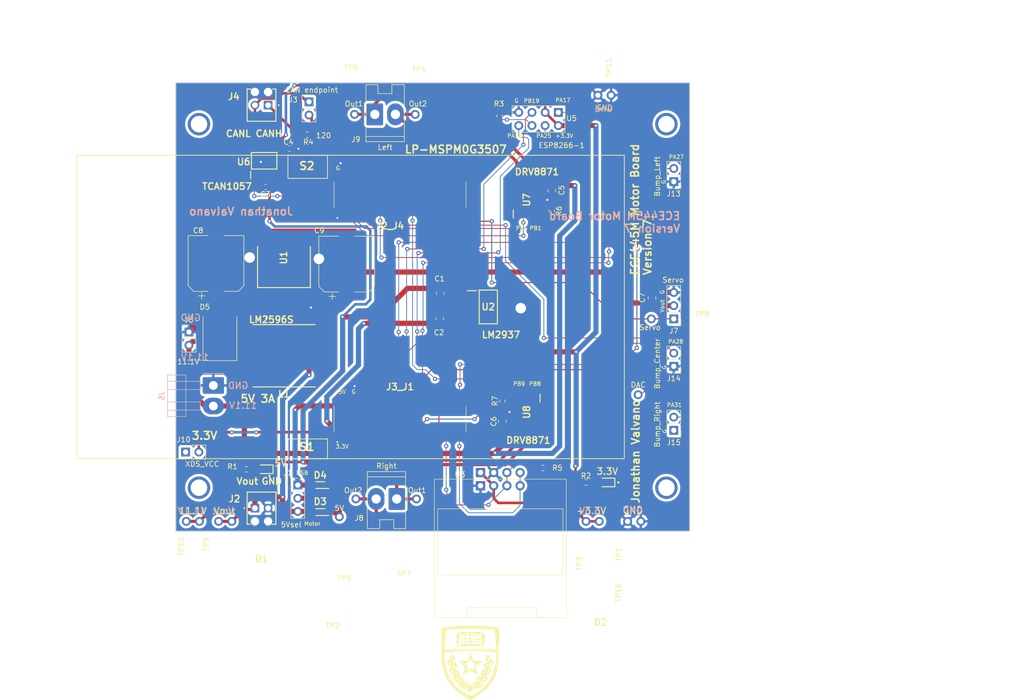
<source format=kicad_pcb>
(kicad_pcb (version 20241229) (generator "pcbnew") (generator_version "9.0")
  (title_block (title "ECE445M Motor Board") (date "2025-12-23") (rev "v7") (company "The University of Texas at Austin") (comment 1 "Jonathan Valvano"))
  (layers (0 "F.Cu" signal) (2 "B.Cu" signal) (13 "F.Paste" user) (15 "B.Paste" user) (5 "F.SilkS" user "F.Silkscreen") (7 "B.SilkS" user "B.Silkscreen") (1 "F.Mask" user) (3 "B.Mask" user) (25 "Edge.Cuts" user))
  (net 0 "")
  (net 1 "GND")
  (net 2 "+3V3")
  (net 3 "PB9")
  (net 4 "PB15")
  (net 5 "PB8")
  (net 6 "PB7")
  (net 7 "PB6")
  (net 8 "PA13")
  (net 9 "+5V")
  (net 10 "PA25")
  (net 11 "PA8")
  (net 12 "PA26")
  (net 13 "PB24")
  (net 14 "PA27")
  (net 15 "PB2")
  (net 16 "PB3")
  (net 17 "PB12")
  (net 18 "PB17")
  (net 19 "PB0")
  (net 20 "PB16")
  (net 21 "PB19")
  (net 22 "PA22")
  (net 23 "PB18")
  (net 24 "PA18")
  (net 25 "PA24")
  (net 26 "PA17")
  (net 27 "PA16")
  (net 28 "PA15")
  (net 29 "PB4")
  (net 30 "PB1")
  (net 31 "PA28")
  (net 32 "PA31")
  (net 33 "PB20")
  (net 34 "PB13")
  (net 35 "PA10")
  (net 36 "Net-(D1-A)")
  (net 37 "Net-(D2-A)")
  (net 38 "+11.1V")
  (net 39 "PB23")
  (net 40 "/Microcontroller/VBUS")
  (net 41 "PA11")
  (net 42 "PA12")
  (net 47 "Net-(J3-B)")
  (net 48 "Net-(U5-Ch_PD)")
  (net 49 "VOUT")
  (net 50 "Net-(J8-A)")
  (net 51 "Net-(J8-B)")
  (net 52 "/CAN Interface/CANH")
  (net 53 "/CAN Interface/CANL")
  (net 54 "Net-(J9-B)")
  (net 55 "Net-(J9-A)")
  (net 56 "Net-(D5-K)")
  (net 57 "Net-(U7-ILIM)")
  (net 58 "Net-(U8-ILIM)")
  (footprint "ECE445L:C_0805_2012Metric" (layer "F.Cu") (at 100.457 73.566 -90)
    (property "Reference" "C1")
    (property "Value" "4.7uF")
  )
  (footprint "ECE445L:R_0603_1608Metric" (layer "F.Cu") (at 111.887 39.434 -90)
    (property "Reference" "R3")
    (property "Value" "10k")
  )
  (footprint "ECE445L:PinHeader_1x02_P2.54mm_Vertical" (layer "F.Cu") (at 75.184 36.7)
    (property "Reference" "J3")
    (property "Value" "CAN endpoint")
  )
  (footprint "LOGO" (layer "F.Cu") (at 107.061 145.161)
    (property "Reference" "G***" (hide yes))
    (property "Value" "LOGO" (hide yes))
  )
  (footprint "ECE445L:Testpoint_1x02_P2.54mm" (layer "F.Cu") (at 57.785 117.475 90)
    (property "Reference" "TP9")
    (property "Value" "Vout")
  )
  (footprint "ECE445L:C_0603_1608Metric" (layer "F.Cu") (at 66.802 53.086 180)
    (property "Reference" "C3")
    (property "Value" "0.1uF")
  )
  (footprint "ECE445L:C_0603_1608Metric" (layer "F.Cu") (at 71.387 45.72)
    (property "Reference" "C4")
    (property "Value" "0.1uF")
  )
  (footprint "ECE445L:SOT230P700X180-4N" (layer "F.Cu") (at 109.703 76.186)
    (property "Reference" "U2")
    (property "Value" "LM2937ESX-3.3_NOPB" (hide yes))
  )
  (footprint "ECE445L:R_0603_1608Metric" (layer "F.Cu") (at 120.206 107.188)
    (property "Reference" "R5")
    (property "Value" "1.5k")
  )
  (footprint "ECE445L:R_0603_1608Metric" (layer "F.Cu") (at 63.119 107.442)
    (property "Reference" "R1")
    (property "Value" "1.6k")
  )
  (footprint "ECE445L:C_0805_2012Metric" (layer "F.Cu") (at 112.395 98.232 90)
    (property "Reference" "C6")
    (property "Value" "22uF")
  )
  (footprint "ECE445L:Molex_KK-396_5273-02A_1x02_P3.96mm_Vertical" (layer "F.Cu") (at 87.861 39.116)
    (property "Reference" "J9")
    (property "Value" "Left")
  )
  (footprint "ECE445L:CP_Elec_10x10.5" (layer "F.Cu") (at 82.423 67.936 90)
    (property "Reference" "C9")
    (property "Value" "330uF")
  )
  (footprint "ECE445L:PinHeader_1x03_P2.54mm_Vertical" (layer "F.Cu") (at 145.415 78.486 180)
    (property "Reference" "J7")
    (property "Value" "Servo")
  )
  (footprint "ECE319K:Testpoint_1x02_P2.54mm" (layer "F.Cu") (at 130.81 35.433 90)
    (property "Reference" "TP11")
    (property "Value" "GND")
  )
  (footprint "ECE445L:R_0603_1608Metric" (layer "F.Cu") (at 112.395 94.297 -90)
    (property "Reference" "R7")
    (property "Value" "33k")
  )
  (footprint "ECE445L:Testpoint_1x1" (layer "F.Cu") (at 95.885 113.157)
    (property "Reference" "TP7")
    (property "Value" "Out1")
  )
  (footprint "RSLK2:SSD1306" (layer "F.Cu") (at 104.394 115.697)
    (property "Reference" "U3")
    (property "Value" "SSD1306")
  )
  (footprint "ECE445L:SOD2513X110N" (layer "F.Cu") (at 77.343 115.697 180)
    (property "Reference" "D3")
    (property "Value" "BAT_60A_E6327" (hide yes))
  )
  (footprint "ECE445L:PinHeader_2x04_P2.54mm_Vertical" (layer "F.Cu") (at 123.19 38.735 -90)
    (property "Reference" "U5")
    (property "Value" "ESP8266-1")
  )
  (footprint "ECE445L:PinHeader_1x02_P2.54mm_Vertical" (layer "F.Cu") (at 145.415 99.949 180)
    (property "Reference" "J15")
    (property "Value" "Bump_Right")
  )
  (footprint "ECE445L:Testpoint_1x1" (layer "F.Cu") (at 138.557 93.091 90)
    (property "Reference" "TP1")
    (property "Value" "DAC")
  )
  (footprint "ECE445L:Testpoint_1x02_P2.54mm" (layer "F.Cu") (at 51.557 117.475 90)
    (property "Reference" "TP10")
    (property "Value" "11.1V")
  )
  (footprint "ECE319K:MountingHole_4_40" (layer "F.Cu") (at 144 41)
    (property "Reference" "H2")
    (property "Value" "~")
  )
  (footprint "ECE445L:INDPM120120X800N" (layer "F.Cu") (at 70.388 85.598)
    (property "Reference" "L1")
    (property "Value" "SMDRI127-330MT" (hide yes))
  )
  (footprint "ECE319K:MountingHole_4_40" (layer "F.Cu") (at 144 111)
    (property "Reference" "H4")
    (property "Value" "~")
  )
  (footprint "ECE319K:MountingHole_4_40" (layer "F.Cu") (at 54 41)
    (property "Reference" "H1")
    (property "Value" "~")
  )
  (footprint "ECE445L:C_0805_2012Metric" (layer "F.Cu") (at 100.33 78.392 90)
    (property "Reference" "C2")
    (property "Value" "4.7uF")
  )
  (footprint "ECE445L:1725656" (layer "F.Cu") (at 67.31 37.338 180)
    (property "Reference" "J4")
    (property "Value" "1725656" (hide yes))
  )
  (footprint "ECE445L:LaunchPad" (layer "F.Cu") (at 92.71 97.775)
    (property "Reference" "J3_J1")
    (property "Value" "LaunchPad" (hide yes))
  )
  (footprint "ECE445L:Testpoint_1x02_P2.54mm" (layer "F.Cu") (at 128.524 117.475 90)
    (property "Reference" "TP3")
    (property "Value" "+3.3V")
  )
  (footprint "ECE319K:MountingHole_4_40" (layer "F.Cu") (at 54 111)
    (property "Reference" "H3")
    (property "Value" "~")
  )
  (footprint "ECE445L:R_0603_1608Metric" (layer "F.Cu") (at 74.867 43.053)
    (property "Reference" "R4")
    (property "Value" "120")
  )
  (footprint "ECE445L:Molex_KK-396_5273-02A_1x02_P3.96mm_Vertical" (layer "F.Cu") (at 92.075 113.157 180)
    (property "Reference" "J8")
    (property "Value" "Right")
  )
  (footprint "ECE445L:1725656" (layer "F.Cu") (at 64.77 114.935)
    (property "Reference" "J2")
    (property "Value" "1725656" (hide yes))
  )
  (footprint "ECE445L:SOIC127P600X170-9N" (layer "F.Cu") (at 117.094 96.438 -90)
    (property "Reference" "U8")
    (property "Value" "DRV8871DDAR" (hide yes))
  )
  (footprint "ECE445L:Testpoint_1x1" (layer "F.Cu") (at 84.201 113.157)
    (property "Reference" "TP6")
    (property "Value" "Out2")
  )
  (footprint "ECE445L:PinHeader_1x02_P2.54mm_Vertical" (layer "F.Cu") (at 52.07 81.021)
    (property "Reference" "J6")
    (property "Value" "11.1V")
  )
  (footprint "ECE445L:R_0603_1608Metric" (layer "F.Cu") (at 121.92 57.721 90)
    (property "Reference" "R6")
    (property "Value" "33k")
  )
  (footprint "ECE445L:SOIC127P600X175-8N" (layer "F.Cu") (at 66.548 48.05 90)
    (property "Reference" "U6")
    (property "Value" "TCAN1057AVDRQ1" (hide yes))
  )
  (footprint "ECE445L:R_0603_1608Metric" (layer "F.Cu") (at 128.525 109.982)
    (property "Reference" "R2")
    (property "Value" "750")
  )
  (footprint "ECE319K:Testpoint_1x02_P2.54mm" (layer "F.Cu") (at 136.525 117.475 90)
    (property "Reference" "TP16")
    (property "Value" "GND")
  )
  (footprint "ECE445L:PinHeader_1x02_P2.54mm_Vertical" (layer "F.Cu") (at 145.415 52.07 180)
    (property "Reference" "J13")
    (property "Value" "Bump_Left")
  )
  (footprint "ECE445L:LaunchPad" (layer "F.Cu") (at 92.71 54.595)
    (property "Reference" "J2_J4")
    (property "Value" "LaunchPad" (hide yes))
  )
  (footprint "ECE445L:Testpoint_1x1" (layer "F.Cu") (at 81.026 116.586)
    (property "Reference" "TP2")
    (property "Value" "5V")
  )
  (footprint "ECE445L:Testpoint_1x1" (layer "F.Cu") (at 141.097 78.486)
    (property "Reference" "TP8")
    (property "Value" "Servo")
  )
  (footprint "ECE445L:Testpoint_1x1" (layer "F.Cu") (at 95.631 39.116)
    (property "Reference" "TP4")
    (property "Value" "Out2")
  )
  (footprint "ECE445L:SOIC127P600X170-9N" (layer "F.Cu") (at 117.094 55.581 90)
    (property "Reference" "U7")
    (property "Value" "DRV8871DDAR" (hide yes))
  )
  (footprint "ECE445L:PinHeader_1x02_P2.54mm_Vertical" (layer "F.Cu") (at 51.43 104.14 90)
    (property "Reference" "J10")
    (property "Value" "XDS_VCC")
  )
  (footprint "ECE445L:APT1608CGCK" (layer "F.Cu") (at 66.675 107.442 180)
    (property "Reference" "D1")
    (property "Value" "LED" (hide yes))
  )
  (footprint "ECE445L:SOD2513X110N" (layer "F.Cu") (at 77.343 110.49 180)
    (property "Reference" "D4")
    (property "Value" "BAT_60A_E6327" (hide yes))
  )
  (footprint "ECE445L:Testpoint_1x1" (layer "F.Cu") (at 83.947 39.116)
    (property "Reference" "TP5")
    (property "Value" "Out1")
  )
  (footprint "ECE445L:C_0805_2012Metric" (layer "F.Cu") (at 141.224 74.483 90)
    (property "Reference" "C7")
    (property "Value" "22uF")
  )
  (footprint "ECE445L:C_0805_2012Metric" (layer "F.Cu") (at 121.92 53.787 -90)
    (property "Reference" "C5")
    (property "Value" "22uF")
  )
  (footprint "ECE445L:KTT0005B" (layer "F.Cu") (at 70.358 63.824 -90)
    (property "Reference" "U1")
    (property "Value" "LM2596S-5.0_NOPB" (hide yes))
  )
  (footprint "ECE445L:CP_Elec_10x10.5" (layer "F.Cu") (at 57.277 67.827 90)
    (property "Reference" "C8")
    (property "Value" "680uF")
  )
  (footprint "ECE445L:DO-214AB" (layer "F.Cu") (at 58.039 81.632 90)
    (property "Reference" "D5")
    (property "Value" "B530C-13-F")
  )
  (footprint "ECE445L:PinHeader_1x03_P2.54mm_Vertical" (layer "F.Cu") (at 73.025 110.49)
    (property "Reference" "J1")
    (property "Value" "5Vsel")
  )
  (footprint "ECE445L:APT1608CGCK" (layer "F.Cu") (at 132.461 109.982 180)
    (property "Reference" "D2")
    (property "Value" "LED" (hide yes))
  )
  (footprint "ECE445L:PinHeader_1x02_P2.54mm_Vertical" (layer "F.Cu") (at 145.415 87.63 180)
    (property "Reference" "J14")
    (property "Value" "Bump_Center")
  )
  (footprint "ECE445L:Molex_KK-396_A-41792-0002_1x02_P3.96mm_Horizontal" (layer "B.Cu") (at 56.769 91.313 -90)
    (property "Reference" "J5")
    (property "Value" "KK-396")
  )
  (gr_rect (start 52.270172 76.454) (end 60.124828 80.772) (stroke (width 0.2)) (fill yes) (layer "F.Cu") (net 1))
  (gr_rect (start 52.252341 64.4525) (end 54.991 79.383159) (stroke (width 0.2)) (fill yes) (layer "F.Cu") (net 1))
  (gr_rect (start 52.324 61.214) (end 84.201 67.691) (stroke (width 0.2)) (fill yes) (layer "F.Cu") (net 1))
  (gr_rect (start 71.12 46.99) (end 78.74 51.435) (stroke (width 0.15)) (fill no) (layer "F.SilkS"))
  (gr_rect (start 30.48 46.99) (end 135.89 105.41) (stroke (width 0.15)) (fill no) (layer "F.SilkS"))
  (gr_rect (start 71.12 101.6) (end 78.74 105.41) (stroke (width 0.15)) (fill no) (layer "F.SilkS"))
  (gr_rect (start 49.53 33.02) (end 148.47 119.38) (stroke (width 0.15)) (fill no) (layer "Edge.Cuts"))
  (gr_text "+5V" (at 79.883 92.964 0) (layer "F.SilkS") (effects (font (size 0.762 0.762) (thickness 0.127)) (justify left bottom)))
  (gr_text "Vout" (at 143.637 77.343 90) (layer "F.SilkS") (effects (font (size 0.762 0.762) (thickness 0.127)) (justify left bottom)))
  (gr_text "PA18" (at 113.284 43.688 0) (layer "F.SilkS") (effects (font (size 0.762 0.762) (thickness 0.127)) (justify left bottom)))
  (gr_text "3.3V" (at 80.264 103.505 0) (layer "F.SilkS") (effects (font (size 0.762 0.762) (thickness 0.127)) (justify left bottom)))
  (gr_text "PA25" (at 118.872 43.688 0) (layer "F.SilkS") (effects (font (size 0.762 0.762) (thickness 0.127)) (justify left bottom)))
  (gr_text "S1" (at 73.152 104.013 0) (layer "F.SilkS") (effects (font (size 1.5 1.5) (thickness 0.3) (bold yes)) (justify left bottom)))
  (gr_text "S2" (at 73.152 49.911 0) (layer "F.SilkS") (effects (font (size 1.5 1.5) (thickness 0.3) (bold yes)) (justify left bottom)))
  (gr_text "PB4" (at 114.935 61.468 0) (layer "F.SilkS") (effects (font (size 0.762 0.762) (thickness 0.127)) (justify left bottom)))
  (gr_text "PA27" (at 144.399 47.752 0) (layer "F.SilkS") (effects (font (size 0.762 0.762) (thickness 0.127)) (justify left bottom)))
  (gr_text "TCAN1057" (at 54.483 53.721 0) (layer "F.SilkS") (effects (font (size 1.27 1.27) (thickness 0.254) (bold yes)) (justify left bottom)))
  (gr_text "G" (at 144.145 100.584 90) (layer "F.SilkS") (effects (font (size 0.762 0.762) (thickness 0.127)) (justify left bottom)))
  (gr_text "G" (at 83.312 92.964 0) (layer "F.SilkS") (effects (font (size 0.762 0.762) (thickness 0.127)) (justify left bottom)))
  (gr_text "PA28" (at 144.272 83.312 0) (layer "F.SilkS") (effects (font (size 0.762 0.762) (thickness 0.127)) (justify left bottom)))
  (gr_text "Jonathan Valvano" (at 138.938 114.173 90) (layer "F.SilkS") (effects (font (size 1.5 1.5) (thickness 0.3) (bold yes)) (justify left bottom)))
  (gr_text "G" (at 143.637 73.787 90) (layer "F.SilkS") (effects (font (size 0.762 0.762) (thickness 0.127)) (justify left bottom)))
  (gr_text "PB9" (at 114.427 91.44 0) (layer "F.SilkS") (effects (font (size 0.762 0.762) (thickness 0.127)) (justify left bottom)))
  (gr_text "G" (at 144.018 88.265 90) (layer "F.SilkS") (effects (font (size 0.762 0.762) (thickness 0.127)) (justify left bottom)))
  (gr_text "CANH" (at 64.77 43.561 0) (layer "F.SilkS") (effects (font (size 1.27 1.27) (thickness 0.254) (bold yes)) (justify left bottom)))
  (gr_text "USB" (at 72.644 108.585 0) (layer "F.SilkS") (effects (font (size 0.762 0.762) (thickness 0.127)) (justify left bottom)))
  (gr_text "5V 3A " (at 61.849 94.742 0) (layer "F.SilkS") (effects (font (size 1.5 1.5) (thickness 0.3) (bold yes)) (justify left bottom)))
  (gr_text "PB1" (at 117.602 61.468 0) (layer "F.SilkS") (effects (font (size 0.762 0.762) (thickness 0.127)) (justify left bottom)))
  (gr_text "Motor" (at 74.168 118.364 0) (layer "F.SilkS") (effects (font (size 0.762 0.762) (thickness 0.127)) (justify left bottom)))
  (gr_text "LM2596S" (at 63.5 79.375 0) (layer "F.SilkS") (effects (font (size 1.27 1.27) (thickness 0.254) (bold yes)) (justify left bottom)))
  (gr_text "PA17" (at 122.555 36.83 0) (layer "F.SilkS") (effects (font (size 0.762 0.762) (thickness 0.127)) (justify left bottom)))
  (gr_text "+3.3V" (at 122.555 43.688 0) (layer "F.SilkS") (effects (font (size 0.762 0.762) (thickness 0.127)) (justify left bottom)))
  (gr_text "Vout" (at 61.087 110.49 0) (layer "F.SilkS") (effects (font (size 1.27 1.27) (thickness 0.254) (bold yes)) (justify left bottom)))
  (gr_text "ECE445M Motor Board\nVersion 7" (at 141.224 70.231 90) (layer "F.SilkS") (effects (font (size 1.5 1.5) (thickness 0.3) (bold yes)) (justify left bottom)))
  (gr_text "PB19" (at 116.459 36.957 0) (layer "F.SilkS") (effects (font (size 0.762 0.762) (thickness 0.127)) (justify left bottom)))
  (gr_text "DRV8871" (at 114.681 50.927 0) (layer "F.SilkS") (effects (font (size 1.27 1.27) (thickness 0.254) (bold yes)) (justify left bottom)))
  (gr_text "LM2937" (at 108.331 82.296 0) (layer "F.SilkS") (effects (font (size 1.27 1.27) (thickness 0.254) (bold yes)) (justify left bottom)))
  (gr_text "3.3V" (at 130.429 108.585 0) (layer "F.SilkS") (effects (font (size 1.27 1.27) (thickness 0.2032)) (justify left bottom)))
  (gr_text "DRV8871" (at 113.03 102.616 0) (layer "F.SilkS") (effects (font (size 1.27 1.27) (thickness 0.254) (bold yes)) (justify left bottom)))
  (gr_text "PB8" (at 117.475 91.44 0) (layer "F.SilkS") (effects (font (size 0.762 0.762) (thickness 0.127)) (justify left bottom)))
  (gr_text "G" (at 114.681 36.957 0) (layer "F.SilkS") (effects (font (size 0.762 0.762) (thickness 0.127)) (justify left bottom)))
  (gr_text "5V" (at 68.453 107.042 0) (layer "F.SilkS") (effects (font (size 1.27 1.27) (thickness 0.2032)) (justify left bottom)))
  (gr_text "3.3V" (at 52.451 101.854 0) (layer "F.SilkS") (effects (font (size 1.5 1.5) (thickness 0.3) (bold yes)) (justify left bottom)))
  (gr_text "LP-MSPM0G3507" (at 93.472 46.736 0) (layer "F.SilkS") (effects (font (size 1.5 1.5) (thickness 0.3) (bold yes)) (justify left bottom)))
  (gr_text "G" (at 80.264 49.911 0) (layer "F.SilkS") (effects (font (size 0.762 0.762) (thickness 0.127)) (justify left bottom)))
  (gr_text "G" (at 143.891 52.578 90) (layer "F.SilkS") (effects (font (size 0.762 0.762) (thickness 0.127)) (justify left bottom)))
  (gr_text "PA31" (at 144.018 95.504 0) (layer "F.SilkS") (effects (font (size 0.762 0.762) (thickness 0.127)) (justify left bottom)))
  (gr_text "GND" (at 65.913 110.49 0) (layer "F.SilkS") (effects (font (size 1.27 1.27) (thickness 0.254) (bold yes)) (justify left bottom)))
  (gr_text "CANL" (at 59.055 43.561 0) (layer "F.SilkS") (effects (font (size 1.27 1.27) (thickness 0.254) (bold yes)) (justify left bottom)))
  (gr_text "Vout" (at 60.833 116.205 0) (layer "B.SilkS") (effects (font (size 1.27 1.27) (thickness 0.2032)) (justify left bottom mirror)))
  (gr_text "11.1V" (at 56.007 86.614 0) (layer "B.SilkS") (effects (font (size 1.27 1.27) (thickness 0.2032)) (justify left bottom mirror)))
  (gr_text "Jonathan Valvano" (at 72.263 58.674 0) (layer "B.SilkS") (effects (font (size 1.5 1.5) (thickness 0.3) (bold yes)) (justify left bottom mirror)))
  (gr_text "11.1V" (at 65.278 95.885 0) (layer "B.SilkS") (effects (font (size 1.27 1.27) (thickness 0.2032)) (justify left bottom mirror)))
  (gr_text "11.1V" (at 55.367 116.205 0) (layer "B.SilkS") (effects (font (size 1.27 1.27) (thickness 0.2032)) (justify left bottom mirror)))
  (gr_text "ECE445M Motor Board\nVersion 7" (at 146.812 61.976 0) (layer "B.SilkS") (effects (font (size 1.5 1.5) (thickness 0.3) (bold yes)) (justify left bottom mirror)))
  (gr_text "Gnd" (at 133.858 38.735 0) (layer "B.SilkS") (effects (font (size 1.27 1.27) (thickness 0.2032)) (justify left bottom mirror)))
  (gr_text "GND" (at 139.573 115.951 0) (layer "B.SilkS") (effects (font (size 1.27 1.27) (thickness 0.2032)) (justify left bottom mirror)))
  (gr_text "GND" (at 54.483 78.994 0) (layer "B.SilkS") (effects (font (size 1.27 1.27) (thickness 0.2032)) (justify left bottom mirror)))
  (gr_text "GND" (at 63.627 92.075 0) (layer "B.SilkS") (effects (font (size 1.27 1.27) (thickness 0.2032)) (justify left bottom mirror)))
  (gr_text "3.3V" (at 131.445 116.205 0) (layer "B.SilkS") (effects (font (size 1.27 1.27) (thickness 0.2032)) (justify left bottom mirror)))
  (segment (start 81.28 52.07) (end 81.28 48.514) (width 0.5) (layer "F.Cu") (net 1))
  (segment (start 67.5 108.648) (end 67.564 108.712) (width 0.5) (layer "F.Cu") (net 1))
  (segment (start 112.853 76.186) (end 115.711 76.186) (width 1) (layer "F.Cu") (net 1))
  (segment (start 117.729 97.073) (end 117.094 96.438) (width 1) (layer "F.Cu") (net 1))
  (segment (start 133.286 109.982) (end 134.747 109.982) (width 0.5) (layer "F.Cu") (net 1))
  (segment (start 106.553 76.186) (end 102.127 76.186) (width 1) (layer "F.Cu") (net 1))
  (segment (start 121.076 55.581) (end 121.92 54.737) (width 1) (layer "F.Cu") (net 1))
  (segment (start 64.643 46.99) (end 65.913 48.26) (width 0.5) (layer "F.Cu") (net 1))
  (segment (start 112.395 95.122) (end 112.395 95.594) (width 1) (layer "F.Cu") (net 1))
  (segment (start 83.82 95.25) (end 83.82 91.567) (width 0.5) (layer "F.Cu") (net 1))
  (segment (start 67.5 107.442) (end 67.5 108.648) (width 0.5) (layer "F.Cu") (net 1))
  (segment (start 117.094 96.438) (end 113.239 96.438) (width 1) (layer "F.Cu") (net 1))
  (segment (start 121.92 56.425) (end 121.076 55.581) (width 1) (layer "F.Cu") (net 1))
  (segment (start 115.189 55.88) (end 115.488 55.581) (width 1) (layer "F.Cu") (net 1))
  (segment (start 102.127 76.186) (end 100.457 74.516) (width 1) (layer "F.Cu") (net 1))
  (segment (start 118.999 94.533) (end 117.094 96.438) (width 1) (layer "F.Cu") (net 1))
  (segment (start 121.92 56.896) (end 121.92 56.425) (width 1) (layer "F.Cu") (net 1))
  (segment (start 64.643 45.339) (end 64.643 46.99) (width 0.5) (layer "F.Cu") (net 1))
  (segment (start 113.239 96.438) (end 113.792 96.438) (width 1) (layer "F.Cu") (net 1))
  (segment (start 115.189 58.293) (end 115.189 55.88) (width 1) (layer "F.Cu") (net 1))
  (segment (start 75.523 76.285) (end 75.565 76.327) (width 0.5) (layer "F.Cu") (net 1))
  (segment (start 106.553 76.186) (end 112.853 76.186) (width 1) (layer "F.Cu") (net 1))
  (segment (start 101.586 76.186) (end 102.127 76.186) (width 1) (layer "F.Cu") (net 1))
  (segment (start 115.711 76.186) (end 115.951 76.426) (width 1) (layer "F.Cu") (net 1))
  (segment (start 117.729 99.15) (end 117.729 97.073) (width 1) (layer "F.Cu") (net 1))
  (segment (start 145.415 73.406) (end 141.351 73.406) (width 1) (layer "F.Cu") (net 1))
  (segment (start 70.358 76.285) (end 70.358 65.61) (width 1) (layer "F.Cu") (net 1))
  (segment (start 100.33 77.442) (end 101.586 76.186) (width 1) (layer "F.Cu") (net 1))
  (segment (start 65.913 52.972) (end 66.027 53.086) (width 0.5) (layer "F.Cu") (net 1))
  (segment (start 116.459 54.946) (end 117.094 55.581) (width 1) (layer "F.Cu") (net 1))
  (segment (start 65.913 50.761) (end 65.913 52.972) (width 0.5) (layer "F.Cu") (net 1))
  (segment (start 121.076 55.581) (end 120.523 55.581) (width 1) (layer "F.Cu") (net 1))
  (segment (start 118.999 93.726) (end 118.999 94.533) (width 1) (layer "F.Cu") (net 1))
  (segment (start 83.82 91.567) (end 83.947 91.44) (width 0.5) (layer "F.Cu") (net 1))
  (segment (start 65.913 50.761) (end 65.913 48.26) (width 0.5) (layer "F.Cu") (net 1))
  (segment (start 73.758 76.285) (end 75.523 76.285) (width 1) (layer "F.Cu") (net 1))
  (segment (start 113.239 96.438) (end 112.395 97.282) (width 1) (layer "F.Cu") (net 1))
  (segment (start 115.488 55.581) (end 117.094 55.581) (width 1) (layer "F.Cu") (net 1))
  (segment (start 112.395 95.594) (end 113.239 96.438) (width 1) (layer "F.Cu") (net 1))
  (segment (start 117.094 55.581) (end 121.076 55.581) (width 1) (layer "F.Cu") (net 1))
  (segment (start 141.351 73.406) (end 141.224 73.533) (width 1) (layer "F.Cu") (net 1))
  (segment (start 116.459 52.869) (end 116.459 54.946) (width 1) (layer "F.Cu") (net 1))
  (segment (start 72.162 45.72) (end 73.152 45.72) (width 0.5) (layer "F.Cu") (net 1))
  (via (at 134.747 109.982) (size 0.8) (drill 0.4) (layers "F.Cu" "B.Cu") (net 1))
  (via (at 81.28 48.514) (size 0.8) (drill 0.4) (layers "F.Cu" "B.Cu") (net 1))
  (via (at 67.564 108.712) (size 0.8) (drill 0.4) (layers "F.Cu" "B.Cu") (net 1))
  (via (at 115.951 76.426) (size 2.54) (drill 2.032) (layers "F.Cu" "B.Cu") (net 1))
  (via (at 75.565 76.327) (size 0.8) (drill 0.4) (layers "F.Cu" "B.Cu") (net 1))
  (via (at 73.152 45.72) (size 0.8) (drill 0.4) (layers "F.Cu" "B.Cu") (net 1))
  (via (at 113.792 96.438) (size 0.8) (drill 0.4) (layers "F.Cu" "B.Cu") (net 1))
  (via (at 77.089 66.929) (size 2.54) (drill 2.032) (layers "F.Cu" "B.Cu") (net 1))
  (via (at 63.754 66.675) (size 2.54) (drill 2.032) (layers "F.Cu" "B.Cu") (net 1))
  (via (at 65.913 48.26) (size 0.8) (drill 0.4) (layers "F.Cu" "B.Cu") (net 1))
  (via (at 121.076 55.581) (size 0.8) (drill 0.4) (layers "F.Cu" "B.Cu") (net 1))
  (via (at 83.947 91.44) (size 0.8) (drill 0.4) (layers "F.Cu" "B.Cu") (net 1))
  (segment (start 127.7 109.412) (end 126.492 108.204) (width 0.5) (layer "F.Cu") (net 2))
  (segment (start 68.453 45.339) (end 70.231 45.339) (width 0.5) (layer "F.Cu") (net 2))
  (segment (start 106.553 78.486) (end 106.553 82.169) (width 1) (layer "F.Cu") (net 2))
  (segment (start 119.381 112.521) (end 119.381 107.188) (width 0.5) (layer "F.Cu") (net 2))
  (segment (start 111.887 33.782) (end 119.888 33.782) (width 0.5) (layer "F.Cu") (net 2))
  (segment (start 105.697 79.342) (end 106.553 78.486) (width 1) (layer "F.Cu") (net 2))
  (segment (start 128.524 117.475) (end 131.064 117.475) (width 0.5) (layer "F.Cu") (net 2))
  (segment (start 86.106 79.375) (end 86.139 79.342) (width 0.5) (layer "F.Cu") (net 2))
  (segment (start 86.139 79.342) (end 100.33 79.342) (width 1) (layer "F.Cu") (net 2))
  (segment (start 65.054 100.3) (end 81.28 100.3) (width 0.5) (layer "F.Cu") (net 2))
  (segment (start 108.204 108.077) (end 110.744 110.617) (width 0.5) (layer "F.Cu") (net 2))
  (segment (start 106.68 82.296) (end 109.22 84.836) (width 1) (layer "F.Cu") (net 2))
  (segment (start 111.633 84.836) (end 126.619 84.836) (width 1) (layer "F.Cu") (net 2))
  (segment (start 80.772 33.782) (end 111.887 33.782) (width 0.5) (layer "F.Cu") (net 2))
  (segment (start 70.231 45.339) (end 70.612 45.72) (width 0.5) (layer "F.Cu") (net 2))
  (segment (start 117.983 113.919) (end 119.381 112.521) (width 0.5) (layer "F.Cu") (net 2))
  (segment (start 54.737 100.33) (end 60.325 100.33) (width 0.5) (layer "F.Cu") (net 2))
  (segment (start 68.453 45.339) (end 70.739 43.053) (width 0.5) (layer "F.Cu") (net 2))
  (segment (start 110.744 113.03) (end 111.633 113.919) (width 0.5) (layer "F.Cu") (net 2))
  (segment (start 130.429 41.275) (end 123.19 41.275) (width 1) (layer "F.Cu") (net 2))
  (segment (start 111.633 113.919) (end 117.983 113.919) (width 0.5) (layer "F.Cu") (net 2))
  (segment (start 126.492 108.204) (end 126.492 106.807) (width 0.5) (layer "F.Cu") (net 2))
  (segment (start 119.888 33.782) (end 119.888 33.909) (width 0.5) (layer "F.Cu") (net 2))
  (segment (start 120.65 34.671) (end 120.65 38.735) (width 0.5) (layer "F.Cu") (net 2))
  (segment (start 85.725 79.375) (end 86.106 79.375) (width 0.5) (layer "F.Cu") (net 2))
  (segment (start 81.28 100.3) (end 80.742 100.3) (width 0.5) (layer "F.Cu") (net 2))
  (segment (start 111.887 38.609) (end 111.887 33.782) (width 0.5) (layer "F.Cu") (net 2))
  (segment (start 53.97 101.097) (end 54.737 100.33) (width 0.5) (layer "F.Cu") (net 2))
  (segment (start 127.7 109.982) (end 127.7 109.412) (width 0.5) (layer "F.Cu") (net 2))
  (segment (start 53.97 104.14) (end 53.97 101.097) (width 0.5) (layer "F.Cu") (net 2))
  (segment (start 123.19 41.275) (end 120.65 38.735) (width 0.5) (layer "F.Cu") (net 2))
  (segment (start 127.7 109.982) (end 127.7 116.651) (width 0.5) (layer "F.Cu") (net 2))
  (segment (start 65.024 100.33) (end 65.054 100.3) (width 0.5) (layer "F.Cu") (net 2))
  (segment (start 123.763 113.919) (end 127.7 109.982) (width 0.5) (layer "F.Cu") (net 2))
  (segment (start 78.613 98.171) (end 78.74 98.171) (width 0.5) (layer "F.Cu") (net 2))
  (segment (start 117.983 113.919) (end 123.763 113.919) (width 0.5) (layer "F.Cu") (net 2))
  (segment (start 80.518 33.528) (end 80.772 33.782) (width 0.5) (layer "F.Cu") (net 2))
  (segment (start 110.744 110.617) (end 110.744 113.03) (width 0.5) (layer "F.Cu") (net 2))
  (segment (start 127.7 116.651) (end 128.524 117.475) (width 0.5) (layer "F.Cu") (net 2))
  (segment (start 106.553 82.169) (end 106.68 82.296) (width 1) (layer "F.Cu") (net 2))
  (segment (start 109.22 84.836) (end 111.633 84.836) (width 1) (layer "F.Cu") (net 2))
  (segment (start 119.888 33.909) (end 120.65 34.671) (width 0.5) (layer "F.Cu") (net 2))
  (segment (start 80.742 100.3) (end 78.613 98.171) (width 1) (layer "F.Cu") (net 2))
  (segment (start 100.33 79.342) (end 105.697 79.342) (width 1) (layer "F.Cu") (net 2))
  (segment (start 72.39 33.528) (end 80.518 33.528) (width 0.5) (layer "F.Cu") (net 2))
  (via (at 60.325 100.33) (size 0.8) (drill 0.4) (layers "F.Cu" "B.Cu") (net 2))
  (via (at 78.613 98.171) (size 0.8) (drill 0.4) (layers "F.Cu" "B.Cu") (net 2))
  (via (at 126.619 84.836) (size 0.8) (drill 0.4) (layers "F.Cu" "B.Cu") (net 2))
  (via (at 65.024 100.33) (size 0.8) (drill 0.4) (layers "F.Cu" "B.Cu") (net 2))
  (via (at 130.429 41.275) (size 0.8) (drill 0.4) (layers "F.Cu" "B.Cu") (net 2))
  (via (at 85.725 79.375) (size 0.8) (drill 0.4) (layers "F.Cu" "B.Cu") (net 2))
  (via (at 126.492 106.807) (size 0.8) (drill 0.4) (layers "F.Cu" "B.Cu") (net 2))
  (via (at 72.39 33.528) (size 0.8) (drill 0.4) (layers "F.Cu" "B.Cu") (net 2))
  (via (at 70.739 43.053) (size 0.8) (drill 0.4) (layers "F.Cu" "B.Cu") (net 2))
  (segment (start 84.709 87.376) (end 84.709 80.391) (width 1) (layer "B.Cu") (net 2))
  (segment (start 60.325 100.33) (end 65.024 100.33) (width 0.5) (layer "B.Cu") (net 2))
  (segment (start 72.39 33.655) (end 70.739 35.306) (width 0.5) (layer "B.Cu") (net 2))
  (segment (start 72.39 33.655) (end 72.39 33.528) (width 0.5) (layer "B.Cu") (net 2))
  (segment (start 126.619 84.836) (end 130.429 81.026) (width 1) (layer "B.Cu") (net 2))
  (segment (start 126.619 106.68) (end 126.492 106.807) (width 1) (layer "B.Cu") (net 2))
  (segment (start 126.619 84.836) (end 126.619 106.68) (width 1) (layer "B.Cu") (net 2))
  (segment (start 84.709 80.391) (end 85.725 79.375) (width 1) (layer "B.Cu") (net 2))
  (segment (start 78.613 93.472) (end 84.709 87.376) (width 1) (layer "B.Cu") (net 2))
  (segment (start 130.429 81.026) (end 130.429 41.275) (width 1) (layer "B.Cu") (net 2))
  (segment (start 78.613 98.171) (end 78.613 93.472) (width 1) (layer "B.Cu") (net 2))
  (segment (start 70.739 35.306) (end 70.739 43.053) (width 0.5) (layer "B.Cu") (net 2))
  (segment (start 115.824 91.694) (end 116.459 92.329) (width 0.2) (layer "F.Cu") (net 3))
  (segment (start 96.52 100.3) (end 96.52 98.933) (width 0.2) (layer "F.Cu") (net 3))
  (segment (start 108.585 92.837) (end 109.728 91.694) (width 0.2) (layer "F.Cu") (net 3))
  (segment (start 107.061 97.79) (end 108.585 96.266) (width 0.2) (layer "F.Cu") (net 3))
  (segment (start 108.585 96.266) (end 108.585 92.837) (width 0.2) (layer "F.Cu") (net 3))
  (segment (start 109.728 91.694) (end 115.824 91.694) (width 0.2) (layer "F.Cu") (net 3))
  (segment (start 96.52 100.3) (end 96.52 99.187) (width 0.2) (layer "F.Cu") (net 3))
  (segment (start 96.52 99.187) (end 97.917 97.79) (width 0.2) (layer "F.Cu") (net 3))
  (segment (start 116.459 92.329) (end 116.459 93.726) (width 0.2) (layer "F.Cu") (net 3))
  (via (at 107.061 97.79) (size 0.8) (drill 0.4) (layers "F.Cu" "B.Cu") (net 3))
  (via (at 97.917 97.79) (size 0.8) (drill 0.4) (layers "F.Cu" "B.Cu") (net 3))
  (segment (start 97.917 97.79) (end 107.061 97.79) (width 0.2) (layer "B.Cu") (net 3))
  (segment (start 88.9 52.07) (end 88.9 53.34) (width 0.2) (layer "F.Cu") (net 4))
  (segment (start 93.98 52.07) (end 95.123 53.213) (width 0.15) (layer "F.Cu") (net 5))
  (segment (start 116.205 90.043) (end 117.729 91.567) (width 0.15) (layer "F.Cu") (net 5))
  (segment (start 99.441 90.043) (end 116.205 90.043) (width 0.15) (layer "F.Cu") (net 5))
  (segment (start 95.123 53.213) (end 95.123 59.563) (width 0.15) (layer "F.Cu") (net 5))
  (segment (start 117.729 91.567) (end 117.729 93.726) (width 0.15) (layer "F.Cu") (net 5))
  (via (at 95.123 59.563) (size 0.8) (drill 0.4) (layers "F.Cu" "B.Cu") (net 5))
  (via (at 99.441 90.043) (size 0.8) (drill 0.4) (layers "F.Cu" "B.Cu") (net 5))
  (segment (start 97.663 88.265) (end 96.012 88.265) (width 0.15) (layer "B.Cu") (net 5))
  (segment (start 99.441 90.043) (end 97.663 88.265) (width 0.15) (layer "B.Cu") (net 5))
  (segment (start 96.012 88.265) (end 95.123 87.376) (width 0.15) (layer "B.Cu") (net 5))
  (segment (start 95.123 87.376) (end 95.123 59.563) (width 0.15) (layer "B.Cu") (net 5))
  (segment (start 99.06 52.07) (end 99.06 53.975) (width 0.2) (layer "F.Cu") (net 7))
  (segment (start 100.965 59.69) (end 110.363 59.69) (width 0.2) (layer "F.Cu") (net 7))
  (segment (start 99.06 53.975) (end 100.33 55.245) (width 0.2) (layer "F.Cu") (net 7))
  (segment (start 141.097 78.486) (end 145.415 78.486) (width 0.2) (layer "F.Cu") (net 7))
  (segment (start 100.33 59.055) (end 100.965 59.69) (width 0.2) (layer "F.Cu") (net 7))
  (segment (start 110.363 71.501) (end 127.635 71.501) (width 0.2) (layer "F.Cu") (net 7))
  (segment (start 100.33 55.245) (end 100.33 59.055) (width 0.2) (layer "F.Cu") (net 7))
  (segment (start 127.635 71.501) (end 134.62 78.486) (width 0.2) (layer "F.Cu") (net 7))
  (segment (start 134.62 78.486) (end 141.097 78.486) (width 0.2) (layer "F.Cu") (net 7))
  (via (at 110.363 71.501) (size 0.8) (drill 0.4) (layers "F.Cu" "B.Cu") (net 7))
  (via (at 110.363 59.69) (size 0.8) (drill 0.4) (layers "F.Cu" "B.Cu") (net 7))
  (segment (start 110.363 59.69) (end 110.363 71.501) (width 0.2) (layer "B.Cu") (net 7))
  (segment (start 102.87 53.721) (end 102.87 48.006) (width 0.2) (layer "F.Cu") (net 8))
  (segment (start 101.981 47.117) (end 75.438 47.117) (width 0.2) (layer "F.Cu") (net 8))
  (segment (start 75.438 47.117) (end 71.794 50.761) (width 0.2) (layer "F.Cu") (net 8))
  (segment (start 104.14 57.12) (end 104.14 54.991) (width 0.2) (layer "F.Cu") (net 8))
  (segment (start 102.87 48.006) (end 101.981 47.117) (width 0.2) (layer "F.Cu") (net 8))
  (segment (start 104.14 54.991) (end 102.87 53.721) (width 0.2) (layer "F.Cu") (net 8))
  (segment (start 71.794 50.761) (end 68.453 50.761) (width 0.2) (layer "F.Cu") (net 8))
  (segment (start 73.66 106.045) (end 62.738 106.045) (width 0.5) (layer "F.Cu") (net 9))
  (segment (start 88.646 78.105) (end 94.135 72.616) (width 1) (layer "F.Cu") (net 9))
  (segment (start 73.025 113.03) (end 80.01 113.03) (width 1) (layer "F.Cu") (net 9))
  (segment (start 62.294 106.489) (end 62.294 107.442) (width 0.5) (layer "F.Cu") (net 9))
  (segment (start 103.35 72.616) (end 100.457 72.616) (width 1) (layer "F.Cu") (net 9))
  (segment (start 81.661 78.105) (end 88.646 78.105) (width 1) (layer "F.Cu") (net 9))
  (segment (start 67.577 59.55) (end 67.577 53.086) (width 0.5) (layer "F.Cu") (net 9))
  (segment (start 78.481 110.49) (end 78.481 111.501) (width 1) (layer "F.Cu") (net 9))
  (segment (start 67.183 50.761) (end 67.183 52.692) (width 0.5) (layer "F.Cu") (net 9))
  (segment (start 67.564 59.563) (end 67.577 59.55) (width 0.5) (layer "F.Cu") (net 9))
  (segment (start 74.041 106.045) (end 73.66 106.045) (width 0.5) (layer "F.Cu") (net 9))
  (segment (start 67.564 59.69) (end 67.564 59.563) (width 0.5) (layer "F.Cu") (net 9))
  (segment (start 80.01 113.03) (end 80.391 113.03) (width 1) (layer "F.Cu") (net 9))
  (segment (start 94.135 72.616) (end 100.457 72.616) (width 1) (layer "F.Cu") (net 9))
  (segment (start 78.481 110.49) (end 78.481 106.548) (width 1) (layer "F.Cu") (net 9))
  (segment (start 80.391 113.03) (end 81.026 113.665) (width 1) (layer "F.Cu") (net 9))
  (segment (start 78.481 115.697) (end 80.137 115.697) (width 1) (layer "F.Cu") (net 9))
  (segment (start 104.62 73.886) (end 103.35 72.616) (width 1) (layer "F.Cu") (net 9))
  (segment (start 80.137 115.697) (end 81.026 116.586) (width 1) (layer "F.Cu") (net 9))
  (segment (start 62.738 106.045) (end 62.294 106.489) (width 0.5) (layer "F.Cu") (net 9))
  (segment (start 78.481 111.501) (end 80.01 113.03) (width 1) (layer "F.Cu") (net 9))
  (segment (start 78.481 106.548) (end 77.978 106.045) (width 1) (layer "F.Cu") (net 9))
  (segment (start 106.553 73.886) (end 104.62 73.886) (width 1) (layer "F.Cu") (net 9))
  (segment (start 81.026 113.665) (end 81.026 116.586) (width 1) (layer "F.Cu") (net 9))
  (segment (start 74.295 106.045) (end 74.041 106.045) (width 0.5) (layer "F.Cu") (net 9))
  (segment (start 77.978 106.045) (end 74.295 106.045) (width 1) (layer "F.Cu") (net 9))
  (segment (start 67.183 52.692) (end 67.577 53.086) (width 0.5) (layer "F.Cu") (net 9))
  (via (at 67.564 59.69) (size 0.8) (drill 0.4) (layers "F.Cu" "B.Cu") (net 9))
  (via (at 74.041 106.045) (size 0.8) (drill 0.4) (layers "F.Cu" "B.Cu") (net 9))
  (via (at 81.661 78.105) (size 0.8) (drill 0.4) (layers "F.Cu" "B.Cu") (net 9))
  (segment (start 84.074 75.692) (end 86.106 75.692) (width 0.5) (layer "B.Cu") (net 9))
  (segment (start 86.106 75.692) (end 86.995 74.803) (width 0.5) (layer "B.Cu") (net 9))
  (segment (start 81.661 88.519) (end 81.661 78.105) (width 1) (layer "B.Cu") (net 9))
  (segment (start 74.041 106.045) (end 74.041 96.139) (width 1) (layer "B.Cu") (net 9))
  (segment (start 81.661 78.105) (end 84.074 75.692) (width 0.5) (layer "B.Cu") (net 9))
  (segment (start 86.995 61.468) (end 86.233 60.706) (width 0.5) (layer "B.Cu") (net 9))
  (segment (start 86.233 60.706) (end 68.58 60.706) (width 0.5) (layer "B.Cu") (net 9))
  (segment (start 86.995 74.803) (end 86.995 61.468) (width 0.5) (layer "B.Cu") (net 9))
  (segment (start 74.041 96.139) (end 81.661 88.519) (width 1) (layer "B.Cu") (net 9))
  (segment (start 68.58 60.706) (end 67.564 59.69) (width 0.5) (layer "B.Cu") (net 9))
  (segment (start 92.456 83.185) (end 92.456 81.026) (width 0.15) (layer "F.Cu") (net 10))
  (segment (start 83.82 99.06) (end 85.09 97.79) (width 0.15) (layer "F.Cu") (net 10))
  (segment (start 127.635 63.754) (end 128.016 63.373) (width 0.15) (layer "F.Cu") (net 10))
  (segment (start 120.523 45.593) (end 120.65 45.466) (width 0.15) (layer "F.Cu") (net 10))
  (segment (start 128.016 63.373) (end 128.016 48.26) (width 0.15) (layer "F.Cu") (net 10))
  (segment (start 121.92 46.99) (end 120.523 45.593) (width 0.15) (layer "F.Cu") (net 10))
  (segment (start 85.09 90.551) (end 92.456 83.185) (width 0.15) (layer "F.Cu") (net 10))
  (segment (start 128.016 48.26) (end 126.746 46.99) (width 0.15) (layer "F.Cu") (net 10))
  (segment (start 92.456 63.754) (end 127.635 63.754) (width 0.15) (layer "F.Cu") (net 10))
  (segment (start 126.746 46.99) (end 121.92 46.99) (width 0.15) (layer "F.Cu") (net 10))
  (segment (start 85.09 97.79) (end 85.09 90.551) (width 0.15) (layer "F.Cu") (net 10))
  (segment (start 120.65 45.466) (end 120.65 41.275) (width 0.15) (layer "F.Cu") (net 10))
  (via (at 92.456 63.754) (size 0.8) (drill 0.4) (layers "F.Cu" "B.Cu") (net 10))
  (via (at 92.456 81.026) (size 0.8) (drill 0.4) (layers "F.Cu" "B.Cu") (net 10))
  (segment (start 92.456 81.026) (end 92.456 63.754) (width 0.15) (layer "B.Cu") (net 10))
  (segment (start 99.441 91.059) (end 98.298 91.059) (width 0.2) (layer "F.Cu") (net 14))
  (segment (start 140.97 49.53) (end 145.415 49.53) (width 0.2) (layer "F.Cu") (net 14))
  (segment (start 97.917 89.154) (end 98.806 88.265) (width 0.2) (layer "F.Cu") (net 14))
  (segment (start 97.917 90.678) (end 97.917 89.154) (width 0.2) (layer "F.Cu") (net 14))
  (segment (start 100.203 91.821) (end 99.441 91.059) (width 0.2) (layer "F.Cu") (net 14))
  (segment (start 134.112 88.265) (end 138.303 84.074) (width 0.2) (layer "F.Cu") (net 14))
  (segment (start 98.806 88.265) (end 134.112 88.265) (width 0.2) (layer "F.Cu") (net 14))
  (segment (start 99.06 100.3) (end 100.203 99.157) (width 0.2) (layer "F.Cu") (net 14))
  (segment (start 138.43 65.024) (end 138.43 52.07) (width 0.2) (layer "F.Cu") (net 14))
  (segment (start 98.298 91.059) (end 97.917 90.678) (width 0.2) (layer "F.Cu") (net 14))
  (segment (start 100.203 99.157) (end 100.203 91.821) (width 0.2) (layer "F.Cu") (net 14))
  (segment (start 138.43 52.07) (end 140.97 49.53) (width 0.2) (layer "F.Cu") (net 14))
  (via (at 138.43 65.024) (size 0.8) (drill 0.4) (layers "F.Cu" "B.Cu") (net 14))
  (via (at 138.303 84.074) (size 0.8) (drill 0.4) (layers "F.Cu" "B.Cu") (net 14))
  (segment (start 138.303 65.151) (end 138.43 65.024) (width 0.2) (layer "B.Cu") (net 14))
  (segment (start 138.303 84.074) (end 138.303 65.151) (width 0.2) (layer "B.Cu") (net 14))
  (segment (start 120.523 105.918) (end 121.031 106.426) (width 0.15) (layer "F.Cu") (net 15))
  (segment (start 109.728 114.3) (end 102.362 114.3) (width 0.15) (layer "F.Cu") (net 15))
  (segment (start 113.284 110.617) (end 113.284 108.077) (width 0.15) (layer "F.Cu") (net 15))
  (segment (start 101.727 111.506) (end 101.6 111.379) (width 0.15) (layer "F.Cu") (net 15))
  (segment (start 121.031 106.426) (end 121.031 107.188) (width 0.15) (layer "F.Cu") (net 15))
  (segment (start 102.362 114.3) (end 101.727 113.665) (width 0.15) (layer "F.Cu") (net 15))
  (segment (start 113.284 108.077) (end 115.443 105.918) (width 0.15) (layer "F.Cu") (net 15))
  (segment (start 101.727 113.665) (end 101.727 111.506) (width 0.15) (layer "F.Cu") (net 15))
  (segment (start 101.6 100.3) (end 101.6 102.997) (width 0.15) (layer "F.Cu") (net 15))
  (segment (start 115.443 105.918) (end 120.523 105.918) (width 0.15) (layer "F.Cu") (net 15))
  (via (at 101.6 111.379) (size 0.8) (drill 0.4) (layers "F.Cu" "B.Cu") (net 15))
  (via (at 109.728 114.3) (size 0.8) (drill 0.4) (layers "F.Cu" "B.Cu") (net 15))
  (via (at 101.6 102.997) (size 0.8) (drill 0.4) (layers "F.Cu" "B.Cu") (net 15))
  (segment (start 113.284 110.617) (end 109.728 114.173) (width 0.15) (layer "B.Cu") (net 15))
  (segment (start 101.6 102.997) (end 101.6 111.379) (width 0.15) (layer "B.Cu") (net 15))
  (segment (start 109.728 114.173) (end 109.728 114.3) (width 0.15) (layer "B.Cu") (net 15))
  (segment (start 115.824 110.617) (end 115.824 108.077) (width 0.15) (layer "F.Cu") (net 16))
  (segment (start 104.14 100.3) (end 104.14 102.997) (width 0.15) (layer "F.Cu") (net 16))
  (via (at 104.14 102.997) (size 0.8) (drill 0.4) (layers "F.Cu" "B.Cu") (net 16))
  (segment (start 115.824 114.427) (end 115.824 110.617) (width 0.15) (layer "B.Cu") (net 16))
  (segment (start 105.918 115.824) (end 114.427 115.824) (width 0.15) (layer "B.Cu") (net 16))
  (segment (start 114.427 115.824) (end 115.824 114.427) (width 0.15) (layer "B.Cu") (net 16))
  (segment (start 104.14 114.046) (end 105.918 115.824) (width 0.15) (layer "B.Cu") (net 16))
  (segment (start 104.14 102.997) (end 104.14 114.046) (width 0.15) (layer "B.Cu") (net 16))
  (segment (start 116.459 42.672) (end 116.84 42.291) (width 0.15) (layer "F.Cu") (net 21))
  (segment (start 86.36 95.25) (end 86.36 91.059) (width 0.15) (layer "F.Cu") (net 21))
  (segment (start 116.84 40.005) (end 118.11 38.735) (width 0.15) (layer "F.Cu") (net 21))
  (segment (start 93.98 83.439) (end 93.98 80.899) (width 0.15) (layer "F.Cu") (net 21))
  (segment (start 86.36 91.059) (end 93.98 83.439) (width 0.15) (layer "F.Cu") (net 21))
  (segment (start 116.459 44.958) (end 116.459 42.672) (width 0.15) (layer "F.Cu") (net 21))
  (segment (start 94.107 65.024) (end 108.839 65.024) (width 0.15) (layer "F.Cu") (net 21))
  (segment (start 116.84 42.291) (end 116.84 40.005) (width 0.15) (layer "F.Cu") (net 21))
  (via (at 108.839 65.024) (size 0.8) (drill 0.4) (layers "F.Cu" "B.Cu") (net 21))
  (via (at 116.459 44.958) (size 0.8) (drill 0.4) (layers "F.Cu" "B.Cu") (net 21))
  (via (at 94.107 65.024) (size 0.8) (drill 0.4) (layers "F.Cu" "B.Cu") (net 21))
  (via (at 93.98 80.899) (size 0.8) (drill 0.4) (layers "F.Cu" "B.Cu") (net 21))
  (segment (start 93.98 65.151) (end 94.107 65.024) (width 0.15) (layer "B.Cu") (net 21))
  (segment (start 93.98 80.899) (end 93.98 65.151) (width 0.15) (layer "B.Cu") (net 21))
  (segment (start 108.839 65.024) (end 108.839 52.578) (width 0.15) (layer "B.Cu") (net 21))
  (segment (start 108.839 52.578) (end 116.459 44.958) (width 0.15) (layer "B.Cu") (net 21))
  (segment (start 93.98 85.09) (end 96.012 83.058) (width 0.15) (layer "F.Cu") (net 24))
  (segment (start 96.012 83.058) (end 96.012 80.899) (width 0.15) (layer "F.Cu") (net 24))
  (segment (start 93.98 95.25) (end 93.98 85.09) (width 0.15) (layer "F.Cu") (net 24))
  (segment (start 111.506 65.786) (end 111.633 65.659) (width 0.15) (layer "F.Cu") (net 24))
  (segment (start 96.266 65.786) (end 111.506 65.786) (width 0.15) (layer "F.Cu") (net 24))
  (via (at 96.266 65.786) (size 0.8) (drill 0.4) (layers "F.Cu" "B.Cu") (net 24))
  (via (at 111.633 65.659) (size 0.8) (drill 0.4) (layers "F.Cu" "B.Cu") (net 24))
  (via (at 96.012 80.899) (size 0.8) (drill 0.4) (layers "F.Cu" "B.Cu") (net 24))
  (segment (start 112.014 51.054) (end 117.475 45.593) (width 0.15) (layer "B.Cu") (net 24))
  (segment (start 117.475 43.942) (end 117.094 43.561) (width 0.15) (layer "B.Cu") (net 24))
  (segment (start 117.094 43.561) (end 115.824 43.561) (width 0.15) (layer "B.Cu") (net 24))
  (segment (start 112.014 65.278) (end 112.014 51.054) (width 0.15) (layer "B.Cu") (net 24))
  (segment (start 111.633 65.659) (end 112.014 65.278) (width 0.15) (layer "B.Cu") (net 24))
  (segment (start 96.012 66.04) (end 96.266 65.786) (width 0.15) (layer "B.Cu") (net 24))
  (segment (start 96.012 80.899) (end 96.012 66.04) (width 0.15) (layer "B.Cu") (net 24))
  (segment (start 115.57 43.307) (end 115.57 41.275) (width 0.15) (layer "B.Cu") (net 24))
  (segment (start 115.824 43.561) (end 115.57 43.307) (width 0.15) (layer "B.Cu") (net 24))
  (segment (start 117.475 45.593) (end 117.475 43.942) (width 0.15) (layer "B.Cu") (net 24))
  (segment (start 99.06 93.091) (end 97.028 91.059) (width 0.15) (layer "F.Cu") (net 26))
  (segment (start 130.937 38.735) (end 123.19 38.735) (width 0.15) (layer "F.Cu") (net 26))
  (segment (start 97.028 91.059) (end 97.028 80.772) (width 0.15) (layer "F.Cu") (net 26))
  (segment (start 132.969 40.767) (end 130.937 38.735) (width 0.15) (layer "F.Cu") (net 26))
  (segment (start 97.155 67.691) (end 132.715 67.691) (width 0.15) (layer "F.Cu") (net 26))
  (segment (start 132.715 67.691) (end 132.842 67.691) (width 0.15) (layer "F.Cu") (net 26))
  (segment (start 99.06 95.25) (end 99.06 93.091) (width 0.15) (layer "F.Cu") (net 26))
  (segment (start 132.969 65.532) (end 132.969 40.767) (width 0.15) (layer "F.Cu") (net 26))
  (via (at 132.969 65.532) (size 0.8) (drill 0.4) (layers "F.Cu" "B.Cu") (net 26))
  (via (at 132.842 67.691) (size 0.8) (drill 0.4) (layers "F.Cu" "B.Cu") (net 26))
  (via (at 97.155 67.691) (size 0.8) (drill 0.4) (layers "F.Cu" "B.Cu") (net 26))
  (via (at 97.028 80.772) (size 0.8) (drill 0.4) (layers "F.Cu" "B.Cu") (net 26))
  (segment (start 132.842 67.691) (end 132.842 65.786) (width 0.15) (layer "B.Cu") (net 26))
  (segment (start 132.842 65.786) (end 132.715 65.659) (width 0.15) (layer "B.Cu") (net 26))
  (segment (start 123.19 38.735) (end 123.571 38.735) (width 0.15) (layer "B.Cu") (net 26))
  (segment (start 97.155 80.645) (end 97.155 67.691) (width 0.15) (layer "B.Cu") (net 26))
  (segment (start 132.715 65.659) (end 132.842 65.659) (width 0.15) (layer "B.Cu") (net 26))
  (segment (start 132.842 65.659) (end 132.969 65.532) (width 0.15) (layer "B.Cu") (net 26))
  (segment (start 97.028 80.772) (end 97.155 80.645) (width 0.15) (layer "B.Cu") (net 26))
  (segment (start 104.14 95.25) (end 104.14 91.313) (width 0.15) (layer "F.Cu") (net 28))
  (segment (start 139.065 93.091) (end 138.557 93.091) (width 0.15) (layer "F.Cu") (net 28))
  (segment (start 104.267 87.249) (end 132.969 87.249) (width 0.15) (layer "F.Cu") (net 28))
  (segment (start 139.573 83.185) (end 140.589 84.201) (width 0.15) (layer "F.Cu") (net 28))
  (segment (start 132.969 87.249) (end 137.033 83.185) (width 0.15) (layer "F.Cu") (net 28))
  (segment (start 104.14 91.313) (end 104.267 91.186) (width 0.15) (layer "F.Cu") (net 28))
  (segment (start 140.589 84.201) (end 140.589 91.567) (width 0.15) (layer "F.Cu") (net 28))
  (segment (start 137.033 83.185) (end 139.573 83.185) (width 0.15) (layer "F.Cu") (net 28))
  (segment (start 140.589 91.567) (end 139.065 93.091) (width 0.15) (layer "F.Cu") (net 28))
  (via (at 104.267 87.249) (size 0.8) (drill 0.4) (layers "F.Cu" "B.Cu") (net 28))
  (via (at 104.267 91.186) (size 0.8) (drill 0.4) (layers "F.Cu" "B.Cu") (net 28))
  (segment (start 104.267 91.186) (end 104.267 87.249) (width 0.15) (layer "B.Cu") (net 28))
  (segment (start 81.28 57.12) (end 81.28 57.404) (width 0.15) (layer "F.Cu") (net 29))
  (segment (start 116.459 59.944) (end 116.459 58.293) (width 0.15) (layer "F.Cu") (net 29))
  (segment (start 81.28 57.404) (end 86.36 62.484) (width 0.15) (layer "F.Cu") (net 29))
  (segment (start 86.36 62.484) (end 116.459 62.484) (width 0.15) (layer "F.Cu") (net 29))
  (via (at 116.459 59.944) (size 0.8) (drill 0.4) (layers "F.Cu" "B.Cu") (net 29))
  (via (at 116.459 62.484) (size 0.8) (drill 0.4) (layers "F.Cu" "B.Cu") (net 29))
  (segment (start 116.459 62.484) (end 116.459 59.944) (width 0.15) (layer "B.Cu") (net 29))
  (segment (start 117.729 60.071) (end 117.729 58.293) (width 0.15) (layer "F.Cu") (net 30))
  (segment (start 83.82 57.12) (end 83.82 59.055) (width 0.15) (layer "F.Cu") (net 30))
  (segment (start 83.82 59.055) (end 85.852 61.087) (width 0.15) (layer "F.Cu") (net 30))
  (segment (start 85.852 61.087) (end 116.713 61.087) (width 0.15) (layer "F.Cu") (net 30))
  (segment (start 116.713 61.087) (end 117.729 60.071) (width 0.15) (layer "F.Cu") (net 30))
  (segment (start 86.36 59.944) (end 86.868 60.452) (width 0.15) (layer "F.Cu") (net 31))
  (segment (start 142.494 82.169) (end 145.415 85.09) (width 0.15) (layer "F.Cu") (net 31))
  (segment (start 86.868 60.452) (end 113.03 60.452) (width 0.15) (layer "F.Cu") (net 31))
  (segment (start 86.36 57.12) (end 86.36 59.944) (width 0.15) (layer "F.Cu") (net 31))
  (segment (start 120.396 82.169) (end 142.494 82.169) (width 0.15) (layer "F.Cu") (net 31))
  (via (at 113.03 60.452) (size 0.8) (drill 0.4) (layers "F.Cu" "B.Cu") (net 31))
  (via (at 120.396 82.169) (size 0.8) (drill 0.4) (layers "F.Cu" "B.Cu") (net 31))
  (segment (start 120.396 74.676) (end 120.396 82.169) (width 0.15) (layer "B.Cu") (net 31))
  (segment (start 113.03 67.31) (end 120.396 74.676) (width 0.15) (layer "B.Cu") (net 31))
  (segment (start 113.03 60.452) (end 113.03 67.31) (width 0.15) (layer "B.Cu") (net 31))
  (segment (start 147.828 96.139) (end 146.558 97.409) (width 0.15) (layer "F.Cu") (net 32))
  (segment (start 88.9 57.12) (end 88.9 59.563) (width 0.15) (layer "F.Cu") (net 32))
  (segment (start 147.828 68.961) (end 147.828 96.139) (width 0.15) (layer "F.Cu") (net 32))
  (segment (start 145.542 66.675) (end 147.828 68.961) (width 0.15) (layer "F.Cu") (net 32))
  (segment (start 89.154 66.675) (end 145.542 66.675) (width 0.15) (layer "F.Cu") (net 32))
  (segment (start 146.558 97.409) (end 145.415 97.409) (width 0.15) (layer "F.Cu") (net 32))
  (via (at 89.154 66.675) (size 0.8) (drill 0.4) (layers "F.Cu" "B.Cu") (net 32))
  (via (at 88.9 59.563) (size 0.8) (drill 0.4) (layers "F.Cu" "B.Cu") (net 32))
  (segment (start 88.9 59.563) (end 88.9 66.421) (width 0.15) (layer "B.Cu") (net 32))
  (segment (start 88.9 66.421) (end 89.154 66.675) (width 0.15) (layer "B.Cu") (net 32))
  (segment (start 63.944 107.442) (end 65.85 107.442) (width 0.6) (layer "F.Cu") (net 36))
  (segment (start 129.35 109.982) (end 131.636 109.982) (width 0.5) (layer "F.Cu") (net 37))
  (segment (start 62.865 82.042) (end 62.865 77.724) (width 1) (layer "F.Cu") (net 38))
  (segment (start 62.103 82.804) (end 62.865 82.042) (width 1) (layer "F.Cu") (net 38))
  (segment (start 65.133 72.027) (end 57.277 72.027) (width 1) (layer "F.Cu") (net 38))
  (segment (start 121.888 52.869) (end 121.92 52.837) (width 1) (layer "F.Cu") (net 38))
  (segment (start 52.07 92.184) (end 52.07 83.561) (width 1) (layer "F.Cu") (net 38))
  (segment (start 121.925 52.832) (end 121.92 52.837) (width 1) (layer "F.Cu") (net 38))
  (segment (start 115.189 100.076) (end 112.395 102.87) (width 1) (layer "F.Cu") (net 38))
  (segment (start 52.07 83.561) (end 52.827 82.804) (width 1) (layer "F.Cu") (net 38))
  (segment (start 58.928 112.644) (end 58.928 106.045) (width 0.6) (layer "F.Cu") (net 38))
  (segment (start 64.304 76.285) (end 66.958 76.285) (width 1) (layer "F.Cu") (net 38))
  (segment (start 126.365 52.832) (end 121.925 52.832) (width 1) (layer "F.Cu") (net 38))
  (segment (start 51.557 117.475) (end 54.097 117.475) (width 0.6) (layer "F.Cu") (net 38))
  (segment (start 60.579 104.394) (end 64.389 104.394) (width 0.6) (layer "F.Cu") (net 38))
  (segment (start 66.958 73.816) (end 65.151 72.009) (width 1) (layer "F.Cu") (net 38))
  (segment (start 115.189 99.15) (end 115.189 100.076) (width 1) (layer "F.Cu") (net 38))
  (segment (start 66.958 76.285) (end 66.958 73.816) (width 1) (layer "F.Cu") (net 38))
  (segment (start 58.928 106.045) (end 60.579 104.394) (width 0.6) (layer "F.Cu") (net 38))
  (segment (start 62.738 102.743) (end 64.389 104.394) (width 1) (layer "F.Cu") (net 38))
  (segment (start 59.713 95.273) (end 62.738 98.298) (width 1) (layer "F.Cu") (net 38))
  (segment (start 62.738 98.298) (end 62.738 102.743) (width 1) (layer "F.Cu") (net 38))
  (segment (start 110.871 104.394) (end 112.395 102.87) (width 1) (layer "F.Cu") (net 38))
  (segment (start 62.865 77.724) (end 64.304 76.285) (width 1) (layer "F.Cu") (net 38))
  (segment (start 54.097 117.475) (end 58.928 112.644) (width 0.6) (layer "F.Cu") (net 38))
  (segment (start 55.159 95.273) (end 52.07 92.184) (width 1) (layer "F.Cu") (net 38))
  (segment (start 52.827 82.804) (end 62.103 82.804) (width 1) (layer "F.Cu") (net 38))
  (segment (start 56.769 95.273) (end 55.159 95.273) (width 1) (layer "F.Cu") (net 38))
  (segment (start 64.389 104.394) (end 110.871 104.394) (width 1) (layer "F.Cu") (net 38))
  (segment (start 118.999 52.869) (end 121.888 52.869) (width 1) (layer "F.Cu") (net 38))
  (segment (start 56.769 95.273) (end 59.713 95.273) (width 1) (layer "F.Cu") (net 38))
  (segment (start 112.395 102.87) (end 112.395 99.182) (width 1) (layer "F.Cu") (net 38))
  (segment (start 65.151 72.009) (end 65.133 72.027) (width 0.5) (layer "F.Cu") (net 38))
  (via (at 110.998 104.267) (size 0.8) (drill 0.4) (layers "F.Cu" "B.Cu") (net 38))
  (via (at 126.365 52.832) (size 0.8) (drill 0.4) (layers "F.Cu" "B.Cu") (net 38))
  (segment (start 126.365 59.563) (end 126.365 52.832) (width 1) (layer "B.Cu") (net 38))
  (segment (start 111.125 104.394) (end 122.047 104.394) (width 1) (layer "B.Cu") (net 38))
  (segment (start 123.444 62.484) (end 126.365 59.563) (width 1) (layer "B.Cu") (net 38))
  (segment (start 110.998 104.267) (end 111.125 104.394) (width 1) (layer "B.Cu") (net 38))
  (segment (start 123.444 102.997) (end 123.444 62.484) (width 1) (layer "B.Cu") (net 38))
  (segment (start 122.047 104.394) (end 123.444 102.997) (width 1) (layer "B.Cu") (net 38))
  (segment (start 76.205 110.49) (end 73.025 110.49) (width 1) (layer "F.Cu") (net 40))
  (segment (start 81.28 95.25) (end 73.279 95.25) (width 1) (layer "F.Cu") (net 40))
  (segment (start 73.279 95.25) (end 72.517 96.012) (width 1) (layer "F.Cu") (net 40))
  (via (at 72.517 96.012) (size 0.8) (drill 0.4) (layers "F.Cu" "B.Cu") (net 40))
  (segment (start 73.025 110.49) (end 73.025 109.22) (width 1) (layer "B.Cu") (net 40))
  (segment (start 72.517 96.012) (end 72.517 107.188) (width 1) (layer "B.Cu") (net 40))
  (segment (start 72.517 107.188) (end 72.517 108.712) (width 1) (layer "B.Cu") (net 40))
  (segment (start 73.025 109.22) (end 72.517 108.712) (width 1) (layer "B.Cu") (net 40))
  (segment (start 64.643 50.761) (end 64.643 54.864) (width 0.15) (layer "F.Cu") (net 42))
  (segment (start 75.946 47.752) (end 72.898 50.8) (width 0.15) (layer "F.Cu") (net 42))
  (segment (start 100.33 48.768) (end 99.314 47.752) (width 0.15) (layer "F.Cu") (net 42))
  (segment (start 72.898 50.8) (end 72.898 54.102) (width 0.15) (layer "F.Cu") (net 42))
  (segment (start 72.136 54.864) (end 69.088 54.864) (width 0.15) (layer "F.Cu") (net 42))
  (segment (start 101.6 57.12) (end 101.6 55.499) (width 0.15) (layer "F.Cu") (net 42))
  (segment (start 72.898 54.102) (end 72.136 54.864) (width 0.15) (layer "F.Cu") (net 42))
  (segment (start 101.6 55.499) (end 100.33 54.229) (width 0.15) (layer "F.Cu") (net 42))
  (segment (start 99.314 47.752) (end 75.946 47.752) (width 0.15) (layer "F.Cu") (net 42))
  (segment (start 100.33 54.229) (end 100.33 48.768) (width 0.15) (layer "F.Cu") (net 42))
  (via (at 64.643 54.864) (size 0.8) (drill 0.4) (layers "F.Cu" "B.Cu") (net 42))
  (via (at 69.088 54.864) (size 0.8) (drill 0.4) (layers "F.Cu" "B.Cu") (net 42))
  (segment (start 69.088 54.864) (end 64.643 54.864) (width 0.15) (layer "B.Cu") (net 42))
  (segment (start 75.692 39.748) (end 75.184 39.24) (width 0.5) (layer "F.Cu") (net 47))
  (segment (start 75.692 43.053) (end 75.692 39.748) (width 0.5) (layer "F.Cu") (net 47))
  (segment (start 75.184 39.621) (end 75.184 39.24) (width 0.5) (layer "B.Cu") (net 47))
  (segment (start 113.284 40.132) (end 112.014 40.132) (width 0.15) (layer "F.Cu") (net 48))
  (segment (start 112.014 40.132) (end 111.887 40.259) (width 0.15) (layer "F.Cu") (net 48))
  (via (at 113.284 40.132) (size 0.8) (drill 0.4) (layers "F.Cu" "B.Cu") (net 48))
  (segment (start 116.967 40.132) (end 113.284 40.132) (width 0.15) (layer "B.Cu") (net 48))
  (segment (start 118.11 41.275) (end 116.967 40.132) (width 0.15) (layer "B.Cu") (net 48))
  (segment (start 145.415 75.946) (end 141.737 75.946) (width 1) (layer "F.Cu") (net 49))
  (segment (start 82.423 72.136) (end 85.09 69.469) (width 1) (layer "F.Cu") (net 49))
  (segment (start 57.785 117.475) (end 60.325 117.475) (width 0.6) (layer "F.Cu") (net 49))
  (segment (start 72.058 76.285) (end 72.058 82.218) (width 1) (layer "F.Cu") (net 49))
  (segment (start 73.025 115.57) (end 76.078 115.57) (width 1) (layer "F.Cu") (net 49))
  (segment (start 62.611 115.189) (end 64.516 115.189) (width 0.6) (layer "F.Cu") (net 49))
  (segment (start 135.763 71.374) (end 135.763 74.168) (width 1) (layer "F.Cu") (net 49))
  (segment (start 74.295 72.136) (end 82.423 72.136) (width 1) (layer "F.Cu") (net 49))
  (segment (start 60.325 117.475) (end 62.611 115.189) (width 0.6) (layer "F.Cu") (net 49))
  (segment (start 85.09 69.469) (end 133.858 69.469) (width 1) (layer "F.Cu") (net 49))
  (segment (start 135.763 74.168) (end 137.028 75.433) (width 1) (layer "F.Cu") (net 49))
  (segment (start 72.058 76.285) (end 72.058 74.373) (width 1) (layer "F.Cu") (net 49))
  (segment (start 70.104 112.776) (end 70.104 114.3) (width 1) (layer "F.Cu") (net 49))
  (segment (start 133.858 69.469) (end 135.763 71.374) (width 1) (layer "F.Cu") (net 49))
  (segment (start 70.104 114.3) (end 71.374 115.57) (width 1) (layer "F.Cu") (net 49))
  (segment (start 64.516 115.189) (end 64.77 114.935) (width 0.6) (layer "F.Cu") (net 49))
  (segment (start 75.184 89.281) (end 75.184 85.852) (width 1) (layer "F.Cu") (net 49))
  (segment (start 75.184 85.852) (end 75.438 85.598) (width 0.5) (layer "F.Cu") (net 49))
  (segment (start 64.77 113.538) (end 65.532 112.776) (width 1) (layer "F.Cu") (net 49))
  (segment (start 72.058 74.373) (end 74.295 72.136) (width 1) (layer "F.Cu") (net 49))
  (segment (start 64.77 114.935) (end 64.77 113.538) (width 1) (layer "F.Cu") (net 49))
  (segment (start 72.058 82.218) (end 75.438 85.598) (width 1) (layer "F.Cu") (net 49))
  (segment (start 71.374 115.57) (end 73.025 115.57) (width 1) (layer "F.Cu") (net 49))
  (segment (start 65.532 112.776) (end 70.104 112.776) (width 1) (layer "F.Cu") (net 49))
  (segment (start 141.737 75.946) (end 141.224 75.433) (width 1) (layer "F.Cu") (net 49))
  (segment (start 137.028 75.433) (end 141.224 75.433) (width 1) (layer "F.Cu") (net 49))
  (segment (start 76.078 115.57) (end 76.205 115.697) (width 0.5) (layer "F.Cu") (net 49))
  (via (at 75.184 89.281) (size 0.8) (drill 0.4) (layers "F.Cu" "B.Cu") (net 49))
  (via (at 70.104 112.776) (size 0.8) (drill 0.4) (layers "F.Cu" "B.Cu") (net 49))
  (segment (start 70.104 93.98) (end 74.803 89.281) (width 1) (layer "B.Cu") (net 49))
  (segment (start 70.104 112.776) (end 70.104 93.98) (width 1) (layer "B.Cu") (net 49))
  (segment (start 74.803 89.281) (end 75.184 89.281) (width 1) (layer "B.Cu") (net 49))
  (segment (start 92.075 113.157) (end 95.885 113.157) (width 0.6) (layer "F.Cu") (net 50))
  (segment (start 112.014 105.664) (end 93.472 105.664) (width 0.6) (layer "F.Cu") (net 50))
  (segment (start 116.459 101.219) (end 112.014 105.664) (width 0.6) (layer "F.Cu") (net 50))
  (segment (start 92.075 107.061) (end 92.075 113.157) (width 0.6) (layer "F.Cu") (net 50))
  (segment (start 116.459 99.15) (end 116.459 101.219) (width 0.6) (layer "F.Cu") (net 50))
  (segment (start 93.472 105.664) (end 92.075 107.061) (width 0.6) (layer "F.Cu") (net 50))
  (segment (start 88.115 115.674) (end 88.115 113.157) (width 0.6) (layer "F.Cu") (net 51))
  (segment (start 97.79 109.347) (end 97.79 115.951) (width 0.6) (layer "F.Cu") (net 51))
  (segment (start 113.03 106.553) (end 100.584 106.553) (width 0.6) (layer "F.Cu") (net 51))
  (segment (start 89.789 117.348) (end 88.115 115.674) (width 0.6) (layer "F.Cu") (net 51))
  (segment (start 118.999 99.15) (end 118.999 100.584) (width 0.6) (layer "F.Cu") (net 51))
  (segment (start 100.584 106.553) (end 97.79 109.347) (width 0.6) (layer "F.Cu") (net 51))
  (segment (start 118.999 100.584) (end 113.03 106.553) (width 0.6) (layer "F.Cu") (net 51))
  (segment (start 84.201 113.157) (end 88.115 113.157) (width 0.6) (layer "F.Cu") (net 51))
  (segment (start 96.393 117.348) (end 89.789 117.348) (width 0.6) (layer "F.Cu") (net 51))
  (segment (start 97.79 115.951) (end 96.393 117.348) (width 0.6) (layer "F.Cu") (net 51))
  (segment (start 74.042 44.324) (end 74.042 43.053) (width 0.5) (layer "F.Cu") (net 52))
  (segment (start 67.31 47.371) (end 73.533 47.371) (width 0.5) (layer "F.Cu") (net 52))
  (segment (start 74.042 43.053) (end 73.025 43.053) (width 0.5) (layer "F.Cu") (net 52))
  (segment (start 74.295 46.609) (end 74.295 44.577) (width 0.5) (layer "F.Cu") (net 52))
  (segment (start 74.295 44.577) (end 74.042 44.324) (width 0.5) (layer "F.Cu") (net 52))
  (segment (start 73.025 43.053) (end 67.31 37.338) (width 0.5) (layer "F.Cu") (net 52))
  (segment (start 73.533 47.371) (end 74.295 46.609) (width 0.5) (layer "F.Cu") (net 52))
  (segment (start 65.913 45.339) (end 65.913 45.974) (width 0.5) (layer "F.Cu") (net 52))
  (segment (start 65.913 45.974) (end 67.31 47.371) (width 0.5) (layer "F.Cu") (net 52))
  (segment (start 66.04 36.068) (end 64.77 37.338) (width 0.5) (layer "F.Cu") (net 53))
  (segment (start 75.184 36.7) (end 74.8 36.7) (width 0.5) (layer "F.Cu") (net 53))
  (segment (start 69.088 36.068) (end 66.04 36.068) (width 0.5) (layer "F.Cu") (net 53))
  (segment (start 67.183 42.418) (end 64.77 40.005) (width 0.5) (layer "F.Cu") (net 53))
  (segment (start 67.183 45.339) (end 67.183 42.418) (width 0.5) (layer "F.Cu") (net 53))
  (segment (start 70.104 35.052) (end 69.088 36.068) (width 0.5) (layer "F.Cu") (net 53))
  (segment (start 64.77 40.005) (end 64.77 37.338) (width 0.5) (layer "F.Cu") (net 53))
  (segment (start 75.565 37.081) (end 75.184 36.7) (width 0.5) (layer "F.Cu") (net 53))
  (segment (start 73.152 35.052) (end 70.104 35.052) (width 0.5) (layer "F.Cu") (net 53))
  (segment (start 74.8 36.7) (end 73.152 35.052) (width 0.5) (layer "F.Cu") (net 53))
  (segment (start 97.282 44.323) (end 92.075 39.116) (width 0.6) (layer "F.Cu") (net 54))
  (segment (start 91.821 39.116) (end 95.631 39.116) (width 0.6) (layer "F.Cu") (net 54))
  (segment (start 111.252 44.323) (end 97.282 44.323) (width 0.6) (layer "F.Cu") (net 54))
  (segment (start 115.189 48.26) (end 111.252 44.323) (width 0.6) (layer "F.Cu") (net 54))
  (segment (start 115.189 52.869) (end 115.189 48.26) (width 0.6) (layer "F.Cu") (net 54))
  (segment (start 92.075 39.116) (end 91.821 39.116) (width 0.6) (layer "F.Cu") (net 54))
  (segment (start 98.425 37.338) (end 96.774 35.687) (width 0.6) (layer "F.Cu") (net 55))
  (segment (start 98.425 41.275) (end 98.425 37.338) (width 0.6) (layer "F.Cu") (net 55))
  (segment (start 117.729 52.869) (end 117.729 48.768) (width 0.6) (layer "F.Cu") (net 55))
  (segment (start 83.947 39.116) (end 87.861 39.116) (width 0.6) (layer "F.Cu") (net 55))
  (segment (start 87.861 37.107) (end 87.861 39.116) (width 0.6) (layer "F.Cu") (net 55))
  (segment (start 99.695 42.545) (end 98.425 41.275) (width 0.6) (layer "F.Cu") (net 55))
  (segment (start 111.506 42.545) (end 99.695 42.545) (width 0.6) (layer "F.Cu") (net 55))
  (segment (start 89.281 35.687) (end 87.861 37.107) (width 0.6) (layer "F.Cu") (net 55))
  (segment (start 117.729 48.768) (end 111.506 42.545) (width 0.6) (layer "F.Cu") (net 55))
  (segment (start 96.774 35.687) (end 89.281 35.687) (width 0.6) (layer "F.Cu") (net 55))
  (segment (start 64.772 85.032) (end 65.338 85.598) (width 1) (layer "F.Cu") (net 56))
  (segment (start 68.658 82.278) (end 65.338 85.598) (width 1) (layer "F.Cu") (net 56))
  (segment (start 58.039 85.032) (end 64.772 85.032) (width 1) (layer "F.Cu") (net 56))
  (segment (start 68.658 76.285) (end 68.658 82.278) (width 1) (layer "F.Cu") (net 56))
  (segment (start 121.667 58.293) (end 121.92 58.546) (width 0.5) (layer "F.Cu") (net 57))
  (segment (start 118.999 58.293) (end 121.667 58.293) (width 0.5) (layer "F.Cu") (net 57))
  (segment (start 112.649 93.726) (end 112.395 93.472) (width 0.5) (layer "F.Cu") (net 58))
  (segment (start 115.189 93.726) (end 112.649 93.726) (width 0.5) (layer "F.Cu") (net 58))
  (zone (net 1) (net_name "GND") (layer "B.Cu") (connect_pads (clearance 0.5)) (min_thickness 0.25) (fill yes (thermal_gap 0.5) (thermal_bridge_width 0.5))
    (polygon (pts (xy 212.852 28.956) (xy 212.852 122.428) (xy 44.196 123.444) (xy 44.196 28.956)))
  )
)
</source>
